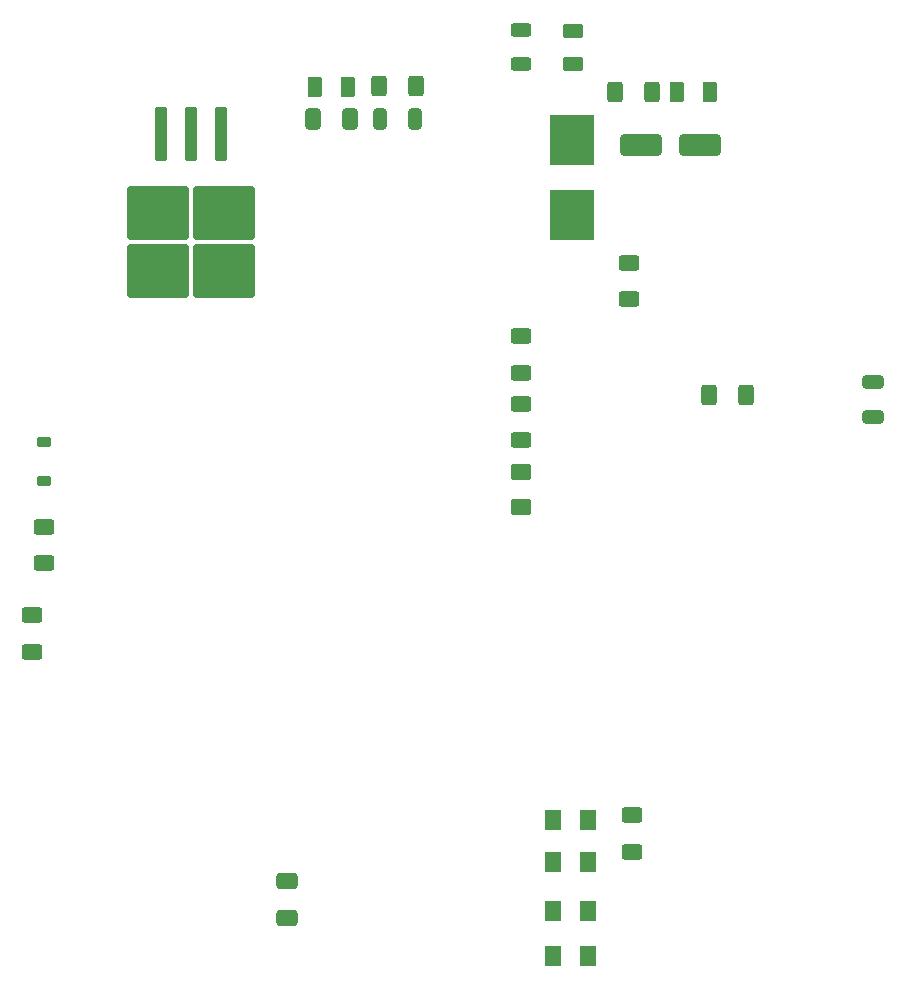
<source format=gbr>
%TF.GenerationSoftware,KiCad,Pcbnew,7.0.6*%
%TF.CreationDate,2024-04-16T16:57:35+10:00*%
%TF.ProjectId,Rocketry_Payload_Main_DDR_Spec_V2,526f636b-6574-4727-995f-5061796c6f61,rev?*%
%TF.SameCoordinates,Original*%
%TF.FileFunction,Paste,Top*%
%TF.FilePolarity,Positive*%
%FSLAX46Y46*%
G04 Gerber Fmt 4.6, Leading zero omitted, Abs format (unit mm)*
G04 Created by KiCad (PCBNEW 7.0.6) date 2024-04-16 16:57:35*
%MOMM*%
%LPD*%
G01*
G04 APERTURE LIST*
G04 Aperture macros list*
%AMRoundRect*
0 Rectangle with rounded corners*
0 $1 Rounding radius*
0 $2 $3 $4 $5 $6 $7 $8 $9 X,Y pos of 4 corners*
0 Add a 4 corners polygon primitive as box body*
4,1,4,$2,$3,$4,$5,$6,$7,$8,$9,$2,$3,0*
0 Add four circle primitives for the rounded corners*
1,1,$1+$1,$2,$3*
1,1,$1+$1,$4,$5*
1,1,$1+$1,$6,$7*
1,1,$1+$1,$8,$9*
0 Add four rect primitives between the rounded corners*
20,1,$1+$1,$2,$3,$4,$5,0*
20,1,$1+$1,$4,$5,$6,$7,0*
20,1,$1+$1,$6,$7,$8,$9,0*
20,1,$1+$1,$8,$9,$2,$3,0*%
G04 Aperture macros list end*
%ADD10RoundRect,0.250000X0.625000X-0.400000X0.625000X0.400000X-0.625000X0.400000X-0.625000X-0.400000X0*%
%ADD11RoundRect,0.250000X-0.625000X0.400000X-0.625000X-0.400000X0.625000X-0.400000X0.625000X0.400000X0*%
%ADD12RoundRect,0.250001X0.462499X0.624999X-0.462499X0.624999X-0.462499X-0.624999X0.462499X-0.624999X0*%
%ADD13RoundRect,0.250000X-0.412500X-0.650000X0.412500X-0.650000X0.412500X0.650000X-0.412500X0.650000X0*%
%ADD14RoundRect,0.250000X0.400000X0.625000X-0.400000X0.625000X-0.400000X-0.625000X0.400000X-0.625000X0*%
%ADD15RoundRect,0.250000X-0.300000X2.050000X-0.300000X-2.050000X0.300000X-2.050000X0.300000X2.050000X0*%
%ADD16RoundRect,0.250000X-2.375000X2.025000X-2.375000X-2.025000X2.375000X-2.025000X2.375000X2.025000X0*%
%ADD17RoundRect,0.250000X-0.400000X-0.625000X0.400000X-0.625000X0.400000X0.625000X-0.400000X0.625000X0*%
%ADD18RoundRect,0.250000X0.375000X0.625000X-0.375000X0.625000X-0.375000X-0.625000X0.375000X-0.625000X0*%
%ADD19RoundRect,0.250000X-0.625000X0.312500X-0.625000X-0.312500X0.625000X-0.312500X0.625000X0.312500X0*%
%ADD20RoundRect,0.250000X-0.650000X0.412500X-0.650000X-0.412500X0.650000X-0.412500X0.650000X0.412500X0*%
%ADD21RoundRect,0.250001X0.624999X-0.462499X0.624999X0.462499X-0.624999X0.462499X-0.624999X-0.462499X0*%
%ADD22RoundRect,0.250000X0.325000X0.650000X-0.325000X0.650000X-0.325000X-0.650000X0.325000X-0.650000X0*%
%ADD23RoundRect,0.250000X-1.500000X-0.650000X1.500000X-0.650000X1.500000X0.650000X-1.500000X0.650000X0*%
%ADD24RoundRect,0.250000X-0.650000X0.325000X-0.650000X-0.325000X0.650000X-0.325000X0.650000X0.325000X0*%
%ADD25RoundRect,0.225000X0.375000X-0.225000X0.375000X0.225000X-0.375000X0.225000X-0.375000X-0.225000X0*%
%ADD26RoundRect,0.250000X-0.625000X0.375000X-0.625000X-0.375000X0.625000X-0.375000X0.625000X0.375000X0*%
%ADD27RoundRect,0.250000X-0.375000X-0.625000X0.375000X-0.625000X0.375000X0.625000X-0.375000X0.625000X0*%
%ADD28R,3.810000X4.240000*%
G04 APERTURE END LIST*
D10*
%TO.C,R10*%
X116078000Y-107087000D03*
X116078000Y-103987000D03*
%TD*%
D11*
%TO.C,R9*%
X166624000Y-74142000D03*
X166624000Y-77242000D03*
%TD*%
D12*
%TO.C,D1*%
X163195000Y-132842000D03*
X160220000Y-132842000D03*
%TD*%
D13*
%TO.C,C3*%
X139915500Y-61976000D03*
X143040500Y-61976000D03*
%TD*%
D14*
%TO.C,R1*%
X168555000Y-59690000D03*
X165455000Y-59690000D03*
%TD*%
D12*
%TO.C,D2*%
X163195000Y-129032000D03*
X160220000Y-129032000D03*
%TD*%
D15*
%TO.C,U7*%
X132080000Y-63240000D03*
X129540000Y-63240000D03*
D16*
X132315000Y-69965000D03*
X126765000Y-69965000D03*
X132315000Y-74815000D03*
X126765000Y-74815000D03*
D15*
X127000000Y-63240000D03*
%TD*%
D17*
%TO.C,R3*%
X145490600Y-59182000D03*
X148590600Y-59182000D03*
%TD*%
%TO.C,R8*%
X173430000Y-85344000D03*
X176530000Y-85344000D03*
%TD*%
D10*
%TO.C,R7*%
X117094000Y-99594000D03*
X117094000Y-96494000D03*
%TD*%
D11*
%TO.C,R5*%
X157480000Y-86080000D03*
X157480000Y-89180000D03*
%TD*%
D18*
%TO.C,D10*%
X142827200Y-59283600D03*
X140027200Y-59283600D03*
%TD*%
D19*
%TO.C,R2*%
X157480000Y-54417500D03*
X157480000Y-57342500D03*
%TD*%
D20*
%TO.C,C1*%
X137668000Y-126492000D03*
X137668000Y-129617000D03*
%TD*%
D11*
%TO.C,R4*%
X157480000Y-80365000D03*
X157480000Y-83465000D03*
%TD*%
D21*
%TO.C,D6*%
X157480000Y-94832500D03*
X157480000Y-91857500D03*
%TD*%
D22*
%TO.C,C2*%
X148541000Y-61976000D03*
X145591000Y-61976000D03*
%TD*%
D12*
%TO.C,D3*%
X163195000Y-124880000D03*
X160220000Y-124880000D03*
%TD*%
D23*
%TO.C,D8*%
X167680000Y-64135000D03*
X172680000Y-64135000D03*
%TD*%
D11*
%TO.C,R6*%
X166878000Y-120904000D03*
X166878000Y-124004000D03*
%TD*%
D12*
%TO.C,D4*%
X163195000Y-121285000D03*
X160220000Y-121285000D03*
%TD*%
D24*
%TO.C,C4*%
X187325000Y-84275400D03*
X187325000Y-87225400D03*
%TD*%
D25*
%TO.C,D5*%
X117094000Y-92582000D03*
X117094000Y-89282000D03*
%TD*%
D26*
%TO.C,D9*%
X161925000Y-54480000D03*
X161925000Y-57280000D03*
%TD*%
D27*
%TO.C,D7*%
X170685000Y-59690000D03*
X173485000Y-59690000D03*
%TD*%
D28*
%TO.C,F1*%
X161772600Y-70098600D03*
X161772600Y-63728600D03*
%TD*%
M02*

</source>
